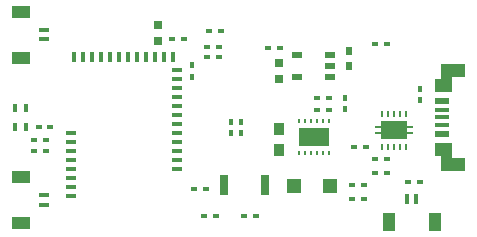
<source format=gtp>
G04*
G04 #@! TF.GenerationSoftware,Altium Limited,Altium Designer,19.0.12 (326)*
G04*
G04 Layer_Color=8421504*
%FSLAX44Y44*%
%MOMM*%
G71*
G01*
G75*
%ADD10R,0.8000X1.7000*%
%ADD11R,0.5000X0.4000*%
%ADD12R,0.4000X0.5000*%
%ADD13R,0.8000X0.7000*%
%ADD14R,2.6000X1.6000*%
%ADD15R,0.1500X0.4500*%
%ADD16R,0.4000X0.6500*%
%ADD17R,0.5500X0.5500*%
%ADD18R,1.2500X0.3000*%
%ADD19R,1.2500X0.5500*%
%ADD20R,1.1000X1.6000*%
%ADD21R,0.4000X0.9000*%
%ADD22R,0.9000X0.1500*%
%ADD23R,2.3000X1.5500*%
%ADD24R,0.1500X0.5000*%
%ADD25R,0.6000X0.8000*%
%ADD26R,0.9000X0.5000*%
%ADD27R,0.3100X0.8100*%
%ADD28R,0.8100X0.3100*%
%ADD29R,0.9000X1.0000*%
%ADD30R,1.2000X1.2000*%
%ADD31R,0.9000X0.4000*%
%ADD32R,1.6000X1.1000*%
G36*
X380208Y65900D02*
X380217Y65802D01*
X380246Y65708D01*
X380292Y65621D01*
X380355Y65545D01*
X380431Y65482D01*
X380518Y65436D01*
X380612Y65407D01*
X380710Y65398D01*
X391708Y65398D01*
Y54402D01*
X370912Y54402D01*
Y67000D01*
X370903Y67098D01*
X370874Y67192D01*
X370828Y67279D01*
X370765Y67355D01*
X370689Y67418D01*
X370602Y67464D01*
X370508Y67493D01*
X370410Y67502D01*
X365912D01*
Y78498D01*
X380208D01*
Y65900D01*
D02*
G37*
G36*
X391708Y134602D02*
X380710D01*
X380612Y134593D01*
X380518Y134564D01*
X380431Y134518D01*
X380355Y134455D01*
X380292Y134379D01*
X380246Y134292D01*
X380217Y134198D01*
X380208Y134100D01*
Y121502D01*
X365912D01*
Y132498D01*
X370410D01*
X370508Y132507D01*
X370602Y132536D01*
X370689Y132582D01*
X370765Y132645D01*
X370828Y132721D01*
X370874Y132808D01*
X370903Y132902D01*
X370912Y133000D01*
Y145598D01*
X391708D01*
Y134602D01*
D02*
G37*
D10*
X222250Y43180D02*
D03*
X187250D02*
D03*
D11*
X153590Y166370D02*
D03*
X143590D02*
D03*
X214550Y16400D02*
D03*
X204550D02*
D03*
X170100D02*
D03*
X180100D02*
D03*
X26670Y81280D02*
D03*
X36670D02*
D03*
X26670Y71800D02*
D03*
X36670D02*
D03*
X295990Y42499D02*
D03*
X305990D02*
D03*
X295982Y30530D02*
D03*
X305982D02*
D03*
X315040Y53340D02*
D03*
X325040D02*
D03*
X325210Y64770D02*
D03*
X315210D02*
D03*
X266190Y116380D02*
D03*
X276190D02*
D03*
X325040Y162436D02*
D03*
X315040D02*
D03*
X174960Y172920D02*
D03*
X184960D02*
D03*
X173100Y160020D02*
D03*
X183100D02*
D03*
X162260Y39000D02*
D03*
X172260D02*
D03*
X173100Y151000D02*
D03*
X183100D02*
D03*
X234288Y158959D02*
D03*
X224288D02*
D03*
X342980Y44999D02*
D03*
X352980D02*
D03*
X30360Y92250D02*
D03*
X40360D02*
D03*
X266190Y105999D02*
D03*
X276190D02*
D03*
X297441Y75300D02*
D03*
X307441D02*
D03*
D12*
X193040Y96440D02*
D03*
Y86440D02*
D03*
X201850Y96440D02*
D03*
Y86440D02*
D03*
X160060Y144109D02*
D03*
Y134109D02*
D03*
X353060Y114380D02*
D03*
Y124380D02*
D03*
X289560Y106760D02*
D03*
Y116760D02*
D03*
D13*
X131629Y178450D02*
D03*
Y164450D02*
D03*
X234038Y146109D02*
D03*
Y132109D02*
D03*
D14*
X263690Y83359D02*
D03*
D15*
X251190Y70059D02*
D03*
X256190D02*
D03*
X261190D02*
D03*
X266190D02*
D03*
X271190D02*
D03*
X276190D02*
D03*
X251190Y96659D02*
D03*
X256190D02*
D03*
X261190D02*
D03*
X266190D02*
D03*
X271190D02*
D03*
X276190D02*
D03*
D16*
X10000Y107750D02*
D03*
X20000D02*
D03*
X10000Y92250D02*
D03*
X20000D02*
D03*
D17*
X372610Y126400D02*
D03*
X371610Y73000D02*
D03*
D18*
X372110Y100000D02*
D03*
Y106500D02*
D03*
Y93500D02*
D03*
D19*
Y114250D02*
D03*
Y85750D02*
D03*
D20*
X365750Y11530D02*
D03*
X326750D02*
D03*
D21*
X350250Y31030D02*
D03*
X342250D02*
D03*
D22*
X319310Y91800D02*
D03*
Y86800D02*
D03*
X343310D02*
D03*
Y91800D02*
D03*
D23*
X331310Y89300D02*
D03*
D24*
X321310Y75300D02*
D03*
X326310D02*
D03*
X331310D02*
D03*
X336310D02*
D03*
X341310D02*
D03*
X321310Y103300D02*
D03*
X326310D02*
D03*
X331310D02*
D03*
X336310D02*
D03*
X341310D02*
D03*
D25*
X293060Y156360D02*
D03*
Y143360D02*
D03*
D26*
X249140Y134010D02*
D03*
Y153010D02*
D03*
X276640D02*
D03*
Y143510D02*
D03*
Y134010D02*
D03*
D27*
X83400Y151400D02*
D03*
X75800D02*
D03*
X60600D02*
D03*
X68200D02*
D03*
X98700D02*
D03*
X91100D02*
D03*
X106300D02*
D03*
X113800D02*
D03*
X144200D02*
D03*
X136700D02*
D03*
X121500D02*
D03*
X129100D02*
D03*
D28*
X57600Y33700D02*
D03*
Y41300D02*
D03*
Y56600D02*
D03*
Y48900D02*
D03*
Y79400D02*
D03*
Y87000D02*
D03*
Y71800D02*
D03*
Y64200D02*
D03*
X147400Y125100D02*
D03*
Y117500D02*
D03*
Y132800D02*
D03*
Y140400D02*
D03*
Y109900D02*
D03*
Y102300D02*
D03*
Y87000D02*
D03*
Y94700D02*
D03*
Y64200D02*
D03*
Y56600D02*
D03*
Y71800D02*
D03*
Y79400D02*
D03*
D29*
X233680Y89780D02*
D03*
Y72780D02*
D03*
D30*
X276611Y41499D02*
D03*
X246629D02*
D03*
D31*
X34750Y174000D02*
D03*
Y166000D02*
D03*
Y34000D02*
D03*
Y26000D02*
D03*
D32*
X15250Y189500D02*
D03*
Y150500D02*
D03*
Y49500D02*
D03*
Y10500D02*
D03*
M02*

</source>
